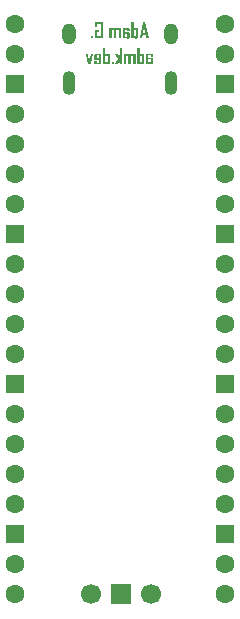
<source format=gbr>
%TF.GenerationSoftware,KiCad,Pcbnew,9.0.0*%
%TF.CreationDate,2025-07-21T16:33:37-04:00*%
%TF.ProjectId,orphkicad,6f727068-6b69-4636-9164-2e6b69636164,rev?*%
%TF.SameCoordinates,Original*%
%TF.FileFunction,Soldermask,Bot*%
%TF.FilePolarity,Negative*%
%FSLAX46Y46*%
G04 Gerber Fmt 4.6, Leading zero omitted, Abs format (unit mm)*
G04 Created by KiCad (PCBNEW 9.0.0) date 2025-07-21 16:33:37*
%MOMM*%
%LPD*%
G01*
G04 APERTURE LIST*
%ADD10C,0.220000*%
%ADD11C,1.700000*%
%ADD12R,1.700000X1.700000*%
%ADD13O,1.100000X2.000000*%
%ADD14O,1.200000X1.800000*%
%ADD15C,1.600000*%
%ADD16R,1.600000X1.600000*%
G04 APERTURE END LIST*
D10*
G36*
X82959000Y-33191427D02*
G01*
X82959000Y-33195000D01*
X82753884Y-33195000D01*
X82712131Y-32930826D01*
X82451927Y-32930826D01*
X82410174Y-33195000D01*
X82204185Y-33195000D01*
X82289048Y-32753018D01*
X82481218Y-32753018D01*
X82684587Y-32753018D01*
X82582505Y-32125607D01*
X82481218Y-32753018D01*
X82289048Y-32753018D01*
X82471454Y-31803011D01*
X82689905Y-31803011D01*
X82959000Y-33191427D01*
G37*
G36*
X81706083Y-32295795D02*
G01*
X81775380Y-32293255D01*
X81849917Y-32290715D01*
X81958012Y-32296351D01*
X82022249Y-32309845D01*
X82067707Y-32332892D01*
X82092162Y-32362620D01*
X82100358Y-32400813D01*
X82100358Y-33032431D01*
X82095105Y-33082410D01*
X82080414Y-33122570D01*
X82056858Y-33155072D01*
X82025188Y-33179506D01*
X81985942Y-33194666D01*
X81936917Y-33200080D01*
X81706083Y-33160708D01*
X81706083Y-33195000D01*
X81503587Y-33195000D01*
X81503587Y-33018461D01*
X81706083Y-33018461D01*
X81834835Y-33027351D01*
X81870926Y-33019721D01*
X81891143Y-32999059D01*
X81898735Y-32961467D01*
X81898735Y-32531154D01*
X81890809Y-32492692D01*
X81869544Y-32471375D01*
X81831263Y-32463443D01*
X81706083Y-32463443D01*
X81706083Y-33018461D01*
X81503587Y-33018461D01*
X81503587Y-31803011D01*
X81706083Y-31803011D01*
X81706083Y-32295795D01*
G37*
G36*
X81287674Y-32303459D02*
G01*
X81321486Y-32323678D01*
X81342060Y-32356229D01*
X81349751Y-32405894D01*
X81349751Y-32570129D01*
X81165909Y-32570129D01*
X81165909Y-32448203D01*
X80971431Y-32448203D01*
X80971431Y-32651413D01*
X81245844Y-32651413D01*
X81298311Y-32659076D01*
X81332122Y-32679296D01*
X81352697Y-32711846D01*
X81360387Y-32761511D01*
X81360387Y-33089981D01*
X81352828Y-33139953D01*
X81332716Y-33172484D01*
X81299938Y-33192525D01*
X81249416Y-33200080D01*
X81111773Y-33186427D01*
X80973256Y-33164518D01*
X80973256Y-33195000D01*
X80778778Y-33195000D01*
X80778778Y-33034972D01*
X80971431Y-33034972D01*
X81165909Y-33042592D01*
X81165909Y-32788579D01*
X80971431Y-32788579D01*
X80971431Y-33034972D01*
X80778778Y-33034972D01*
X80778778Y-32405894D01*
X80786402Y-32356073D01*
X80806740Y-32323533D01*
X80840024Y-32303403D01*
X80891496Y-32295795D01*
X81235207Y-32295795D01*
X81287674Y-32303459D01*
G37*
G36*
X79643659Y-33195000D02*
G01*
X79845203Y-33195000D01*
X79845203Y-32463443D01*
X80036188Y-32469159D01*
X80036188Y-33195000D01*
X80238604Y-33195000D01*
X80238604Y-32463443D01*
X80429590Y-32469159D01*
X80429590Y-33195000D01*
X80632959Y-33195000D01*
X80632959Y-32295795D01*
X80429590Y-32295795D01*
X80429590Y-32330087D01*
X80288375Y-32305082D01*
X80205649Y-32293921D01*
X80145414Y-32290715D01*
X80101123Y-32296335D01*
X80072491Y-32310943D01*
X80054842Y-32333579D01*
X79905610Y-32307861D01*
X79812558Y-32294338D01*
X79754631Y-32290715D01*
X79704108Y-32298269D01*
X79671330Y-32318311D01*
X79651219Y-32350841D01*
X79643659Y-32400813D01*
X79643659Y-33195000D01*
G37*
G36*
X78424796Y-33084901D02*
G01*
X78432923Y-33133556D01*
X78455077Y-33166169D01*
X78492486Y-33186976D01*
X78551802Y-33195000D01*
X78988704Y-33195000D01*
X79046047Y-33187076D01*
X79082427Y-33166432D01*
X79104133Y-33133836D01*
X79112138Y-33084901D01*
X79112138Y-31913109D01*
X79104044Y-31864380D01*
X79082009Y-31831771D01*
X79044874Y-31811008D01*
X78986084Y-31803011D01*
X78551802Y-31803011D01*
X78492486Y-31811034D01*
X78455077Y-31831841D01*
X78432923Y-31864454D01*
X78424796Y-31913109D01*
X78424796Y-32229752D01*
X78633483Y-32229752D01*
X78633483Y-31980819D01*
X78904324Y-31980819D01*
X78904324Y-33017191D01*
X78633483Y-33017191D01*
X78633483Y-32626011D01*
X78788034Y-32626011D01*
X78788034Y-32448203D01*
X78424796Y-32448203D01*
X78424796Y-33084901D01*
G37*
G36*
X78074894Y-33195000D02*
G01*
X78274690Y-33195000D01*
X78274690Y-32976549D01*
X78074894Y-32976549D01*
X78074894Y-33195000D01*
G37*
G36*
X83256906Y-34487459D02*
G01*
X83290718Y-34507678D01*
X83311292Y-34540229D01*
X83318983Y-34589894D01*
X83318983Y-34754129D01*
X83135141Y-34754129D01*
X83135141Y-34632203D01*
X82940663Y-34632203D01*
X82940663Y-34835413D01*
X83215076Y-34835413D01*
X83267543Y-34843076D01*
X83301355Y-34863296D01*
X83321929Y-34895846D01*
X83329620Y-34945511D01*
X83329620Y-35273981D01*
X83322060Y-35323953D01*
X83301949Y-35356484D01*
X83269171Y-35376525D01*
X83218648Y-35384080D01*
X83081005Y-35370427D01*
X82942489Y-35348518D01*
X82942489Y-35379000D01*
X82748010Y-35379000D01*
X82748010Y-35218972D01*
X82940663Y-35218972D01*
X83135141Y-35226592D01*
X83135141Y-34972579D01*
X82940663Y-34972579D01*
X82940663Y-35218972D01*
X82748010Y-35218972D01*
X82748010Y-34589894D01*
X82755634Y-34540073D01*
X82775973Y-34507533D01*
X82809256Y-34487403D01*
X82860728Y-34479795D01*
X83204439Y-34479795D01*
X83256906Y-34487459D01*
G37*
G36*
X82209662Y-34479795D02*
G01*
X82278960Y-34477255D01*
X82353497Y-34474715D01*
X82461592Y-34480351D01*
X82525829Y-34493845D01*
X82571287Y-34516892D01*
X82595742Y-34546620D01*
X82603938Y-34584813D01*
X82603938Y-35216431D01*
X82598685Y-35266410D01*
X82583994Y-35306570D01*
X82560438Y-35339072D01*
X82528768Y-35363506D01*
X82489522Y-35378666D01*
X82440496Y-35384080D01*
X82209662Y-35344708D01*
X82209662Y-35379000D01*
X82007167Y-35379000D01*
X82007167Y-35202461D01*
X82209662Y-35202461D01*
X82338415Y-35211351D01*
X82374506Y-35203721D01*
X82394723Y-35183059D01*
X82402315Y-35145467D01*
X82402315Y-34715154D01*
X82394388Y-34676692D01*
X82373124Y-34655375D01*
X82334843Y-34647443D01*
X82209662Y-34647443D01*
X82209662Y-35202461D01*
X82007167Y-35202461D01*
X82007167Y-33987011D01*
X82209662Y-33987011D01*
X82209662Y-34479795D01*
G37*
G36*
X80871175Y-35379000D02*
G01*
X81072718Y-35379000D01*
X81072718Y-34647443D01*
X81263704Y-34653159D01*
X81263704Y-35379000D01*
X81466120Y-35379000D01*
X81466120Y-34647443D01*
X81657106Y-34653159D01*
X81657106Y-35379000D01*
X81860475Y-35379000D01*
X81860475Y-34479795D01*
X81657106Y-34479795D01*
X81657106Y-34514087D01*
X81515891Y-34489082D01*
X81433165Y-34477921D01*
X81372929Y-34474715D01*
X81328638Y-34480335D01*
X81300007Y-34494943D01*
X81282358Y-34517579D01*
X81133125Y-34491861D01*
X81040073Y-34478338D01*
X80982147Y-34474715D01*
X80931624Y-34482269D01*
X80898846Y-34502311D01*
X80878735Y-34534841D01*
X80871175Y-34584813D01*
X80871175Y-35379000D01*
G37*
G36*
X80126442Y-35379000D02*
G01*
X80343146Y-35379000D01*
X80521670Y-34968452D01*
X80521670Y-35379000D01*
X80725038Y-35379000D01*
X80725038Y-33987011D01*
X80521670Y-33987011D01*
X80521670Y-34824617D01*
X80360927Y-34479795D01*
X80148668Y-34479795D01*
X80148668Y-34483367D01*
X80355609Y-34893836D01*
X80126442Y-35379000D01*
G37*
G36*
X79844726Y-35379000D02*
G01*
X80044523Y-35379000D01*
X80044523Y-35160549D01*
X79844726Y-35160549D01*
X79844726Y-35379000D01*
G37*
G36*
X79312649Y-34479795D02*
G01*
X79381947Y-34477255D01*
X79456484Y-34474715D01*
X79564579Y-34480351D01*
X79628815Y-34493845D01*
X79674274Y-34516892D01*
X79698729Y-34546620D01*
X79706924Y-34584813D01*
X79706924Y-35216431D01*
X79701672Y-35266410D01*
X79686981Y-35306570D01*
X79663425Y-35339072D01*
X79631754Y-35363506D01*
X79592509Y-35378666D01*
X79543483Y-35384080D01*
X79312649Y-35344708D01*
X79312649Y-35379000D01*
X79110154Y-35379000D01*
X79110154Y-35202461D01*
X79312649Y-35202461D01*
X79441402Y-35211351D01*
X79477493Y-35203721D01*
X79497709Y-35183059D01*
X79505302Y-35145467D01*
X79505302Y-34715154D01*
X79497375Y-34676692D01*
X79476111Y-34655375D01*
X79437830Y-34647443D01*
X79312649Y-34647443D01*
X79312649Y-35202461D01*
X79110154Y-35202461D01*
X79110154Y-33987011D01*
X79312649Y-33987011D01*
X79312649Y-34479795D01*
G37*
G36*
X78901349Y-34487461D02*
G01*
X78935183Y-34507685D01*
X78955768Y-34540236D01*
X78963461Y-34589894D01*
X78963461Y-35268901D01*
X78955768Y-35318559D01*
X78935183Y-35351110D01*
X78901349Y-35371334D01*
X78848838Y-35379000D01*
X78498063Y-35379000D01*
X78445595Y-35371336D01*
X78411784Y-35351116D01*
X78391210Y-35318566D01*
X78383519Y-35268901D01*
X78383519Y-35079265D01*
X78577997Y-35079265D01*
X78577997Y-35231672D01*
X78768983Y-35231672D01*
X78768983Y-34977660D01*
X78439481Y-34977660D01*
X78383519Y-34921777D01*
X78383519Y-34844065D01*
X78577997Y-34844065D01*
X78768983Y-34844065D01*
X78768983Y-34627122D01*
X78577997Y-34627122D01*
X78577997Y-34844065D01*
X78383519Y-34844065D01*
X78383519Y-34589894D01*
X78391210Y-34540229D01*
X78411784Y-34507678D01*
X78445595Y-34487459D01*
X78498063Y-34479795D01*
X78848838Y-34479795D01*
X78901349Y-34487461D01*
G37*
G36*
X77628228Y-34479795D02*
G01*
X77857395Y-35379000D01*
X78051874Y-35379000D01*
X78280961Y-34479795D01*
X78072274Y-34479795D01*
X77954158Y-35074184D01*
X77836042Y-34479795D01*
X77628228Y-34479795D01*
G37*
D11*
%TO.C,REF\u002A\u002A*%
X78060000Y-80250000D03*
D12*
X80600000Y-80250000D03*
D11*
X83140000Y-80250000D03*
%TD*%
D13*
%TO.C,J1*%
X84885000Y-37000000D03*
D14*
X84885000Y-32800000D03*
D13*
X76235000Y-37000000D03*
D14*
X76235000Y-32800000D03*
%TD*%
D15*
%TO.C,H2*%
X89450000Y-31990000D03*
X89450000Y-34530000D03*
D16*
X89450000Y-37070000D03*
D15*
X89450000Y-39610000D03*
X89450000Y-42150000D03*
X89450000Y-44690000D03*
X89450000Y-47230000D03*
D16*
X89450000Y-49770000D03*
D15*
X89450000Y-52310000D03*
X89450000Y-54850000D03*
X89450000Y-57390000D03*
X89450000Y-59930000D03*
D16*
X89450000Y-62470000D03*
D15*
X89450000Y-65010000D03*
X89450000Y-67550000D03*
X89450000Y-70090000D03*
X89450000Y-72630000D03*
D16*
X89450000Y-75170000D03*
D15*
X89450000Y-77710000D03*
X89450000Y-80250000D03*
%TD*%
%TO.C,H1*%
X71670000Y-31990000D03*
X71670000Y-34530000D03*
D16*
X71670000Y-37070000D03*
D15*
X71670000Y-39610000D03*
X71670000Y-42150000D03*
X71670000Y-44690000D03*
X71670000Y-47230000D03*
D16*
X71670000Y-49770000D03*
D15*
X71670000Y-52310000D03*
X71670000Y-54850000D03*
X71670000Y-57390000D03*
X71670000Y-59930000D03*
D16*
X71670000Y-62470000D03*
D15*
X71670000Y-65010000D03*
X71670000Y-67550000D03*
X71670000Y-70090000D03*
X71670000Y-72630000D03*
D16*
X71670000Y-75170000D03*
D15*
X71670000Y-77710000D03*
X71670000Y-80250000D03*
%TD*%
M02*

</source>
